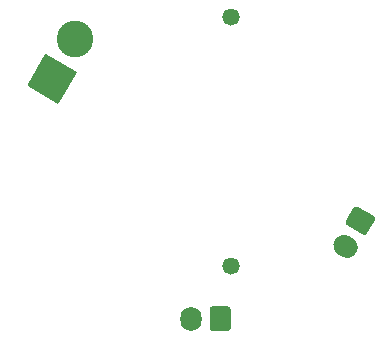
<source format=gbs>
G04 #@! TF.GenerationSoftware,KiCad,Pcbnew,(5.1.10)-1*
G04 #@! TF.CreationDate,2021-05-29T19:25:13+08:00*
G04 #@! TF.ProjectId,tiny2_V1.0,74696e79-325f-4563-912e-302e6b696361,rev?*
G04 #@! TF.SameCoordinates,Original*
G04 #@! TF.FileFunction,Soldermask,Bot*
G04 #@! TF.FilePolarity,Negative*
%FSLAX46Y46*%
G04 Gerber Fmt 4.6, Leading zero omitted, Abs format (unit mm)*
G04 Created by KiCad (PCBNEW (5.1.10)-1) date 2021-05-29 19:25:13*
%MOMM*%
%LPD*%
G01*
G04 APERTURE LIST*
%ADD10C,3.100000*%
%ADD11O,1.800000X2.100000*%
%ADD12C,1.470000*%
G04 APERTURE END LIST*
G36*
G01*
X12432816Y-8028981D02*
X12692624Y-8178981D01*
G75*
G02*
X13022047Y-9408404I-450000J-779423D01*
G01*
X13022047Y-9408404D01*
G75*
G02*
X11792624Y-9737827I-779423J450000D01*
G01*
X11532816Y-9587827D01*
G75*
G02*
X11203393Y-8358404I450000J779423D01*
G01*
X11203393Y-8358404D01*
G75*
G02*
X12432816Y-8028981I779423J-450000D01*
G01*
G37*
G36*
G01*
X13132635Y-5546270D02*
X14492806Y-6331565D01*
G75*
G02*
X14589694Y-6693158I-132353J-229241D01*
G01*
X13954399Y-7793521D01*
G75*
G02*
X13592805Y-7890410I-229241J132352D01*
G01*
X12232634Y-7105115D01*
G75*
G02*
X12135746Y-6743522I132353J229241D01*
G01*
X12771041Y-5643159D01*
G75*
G02*
X13132635Y-5546270I229241J-132352D01*
G01*
G37*
D10*
X-10788160Y8663659D03*
G36*
G01*
X-12204122Y3211141D02*
X-14802198Y4711141D01*
G75*
G02*
X-14820499Y4779442I25000J43301D01*
G01*
X-13320499Y7377518D01*
G75*
G02*
X-13252198Y7395819I43301J-25000D01*
G01*
X-10654122Y5895819D01*
G75*
G02*
X-10635821Y5827518I-25000J-43301D01*
G01*
X-12135821Y3229442D01*
G75*
G02*
X-12204122Y3211141I-43301J25000D01*
G01*
G37*
D11*
X-1004160Y-15016520D03*
G36*
G01*
X2395840Y-14231225D02*
X2395840Y-15801815D01*
G75*
G02*
X2131135Y-16066520I-264705J0D01*
G01*
X860545Y-16066520D01*
G75*
G02*
X595840Y-15801815I0J264705D01*
G01*
X595840Y-14231225D01*
G75*
G02*
X860545Y-13966520I264705J0D01*
G01*
X2131135Y-13966520D01*
G75*
G02*
X2395840Y-14231225I0J-264705D01*
G01*
G37*
D12*
X2410000Y10550000D03*
X2410000Y-10550000D03*
M02*

</source>
